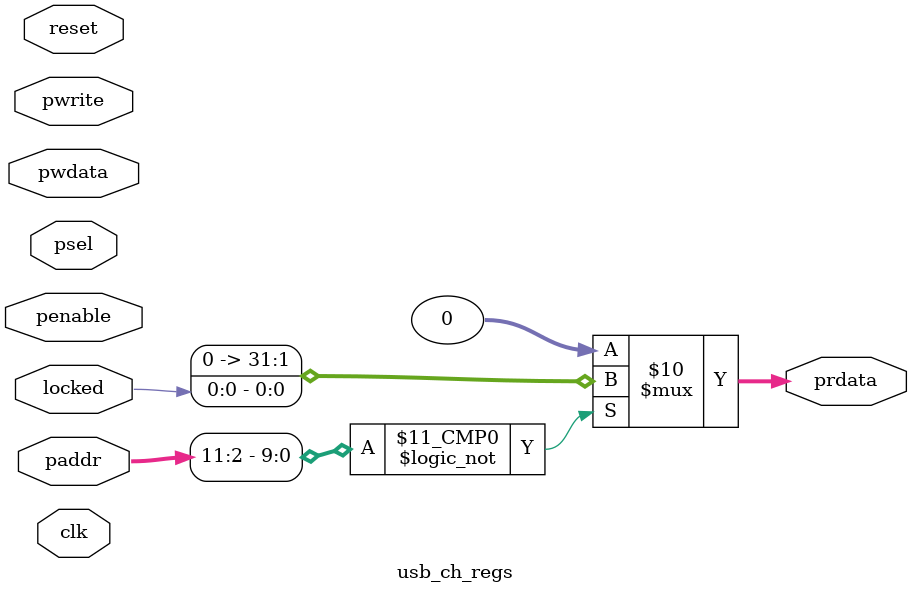
<source format=sv>

module usb_ch_regs (
    
    input clk,
    input reset,
    
    
    input penable,
    input psel,
    input [39:0] paddr,
    input pwrite,
    input [31:0] pwdata,
    output reg [31:0] prdata,
    
    input locked
    
);





localparam USB_REG_LOCKED   = 12'h000;







always @(posedge clk)
begin
    if (reset) begin
    
                   
    end
    else begin
            
        
        if (penable && psel && pwrite) begin
            case ({paddr[11:2], 2'b00})

                                
            endcase
        end
    end
end




always @(posedge clk)
begin
    if (reset) begin
                    
    end
    else begin
                        
        if (penable && psel && !pwrite) begin
            case ({paddr[15:2], 2'b00})
                     
            endcase
        end
    end
end





always @(*)
begin
    prdata = 32'h0;

    case ({paddr[11:2], 2'b00})
        
        USB_REG_LOCKED: prdata = {31'h0, locked};                                        
        
        default: prdata = 32'h0;
    endcase
end






endmodule
</source>
